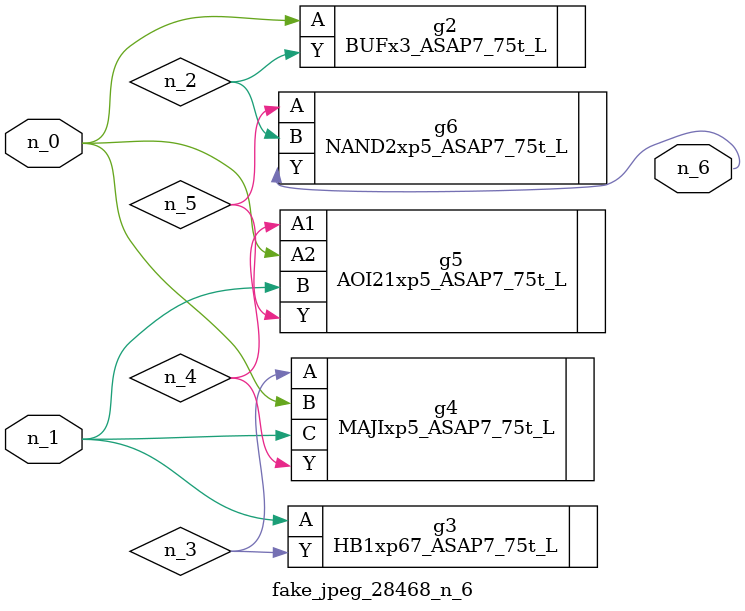
<source format=v>
module fake_jpeg_28468_n_6 (n_0, n_1, n_6);

input n_0;
input n_1;

output n_6;

wire n_3;
wire n_2;
wire n_4;
wire n_5;

BUFx3_ASAP7_75t_L g2 ( 
.A(n_0),
.Y(n_2)
);

HB1xp67_ASAP7_75t_L g3 ( 
.A(n_1),
.Y(n_3)
);

MAJIxp5_ASAP7_75t_L g4 ( 
.A(n_3),
.B(n_0),
.C(n_1),
.Y(n_4)
);

AOI21xp5_ASAP7_75t_L g5 ( 
.A1(n_4),
.A2(n_0),
.B(n_1),
.Y(n_5)
);

NAND2xp5_ASAP7_75t_L g6 ( 
.A(n_5),
.B(n_2),
.Y(n_6)
);


endmodule
</source>
